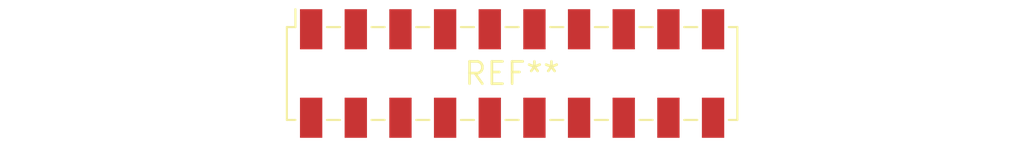
<source format=kicad_pcb>
(kicad_pcb (version 20240108) (generator pcbnew)
  (layers (0 "F.Cu" signal) (31 "B.Cu" signal) (34 "B.Paste" user) (35 "F.Paste" user) (36 "B.SilkS" user "B.Silkscreen") (37 "F.SilkS" user "F.Silkscreen") (38 "B.Mask" user) (39 "F.Mask" user) (44 "Edge.Cuts" user))
  (net 0 "")
  (footprint "Samtec_HLE-110-02-xxx-DV-A_2x10_P2.54mm_Horizontal" (layer "F.Cu") (at 0 0)
    (property "Reference" "REF**")
    (property "Value" "Samtec_HLE-110-02-xxx-DV-A_2x10_P2.54mm_Horizontal")
    (fp_line (start -12.81 -2.65) (end -12.81 2.65) (layer "F.SilkS") (stroke (width 0.12)))
    (fp_line (start -12.81 2.65) (end -12.325 2.65) (layer "F.SilkS") (stroke (width 0.12)))
    (fp_line (start -12.325 -3.67) (end -12.325 -2.65) (layer "F.SilkS") (stroke (width 0.12)))
    (fp_line (start -12.325 -2.65) (end -12.81 -2.65) (layer "F.SilkS") (stroke (width 0.12)))
    (fp_line (start -10.535 -2.65) (end -9.785 -2.65) (layer "F.SilkS") (stroke (width 0.12)))
    (fp_line (start -10.535 2.65) (end -9.785 2.65) (layer "F.SilkS") (stroke (width 0.12)))
    (fp_line (start -7.995 -2.65) (end -7.245 -2.65) (layer "F.SilkS") (stroke (width 0.12)))
    (fp_line (start -7.995 2.65) (end -7.245 2.65) (layer "F.SilkS") (stroke (width 0.12)))
    (fp_line (start -5.455 -2.65) (end -4.705 -2.65) (layer "F.SilkS") (stroke (width 0.12)))
    (fp_line (start -5.455 2.65) (end -4.705 2.65) (layer "F.SilkS") (stroke (width 0.12)))
    (fp_line (start -2.915 -2.65) (end -2.165 -2.65) (layer "F.SilkS") (stroke (width 0.12)))
    (fp_line (start -2.915 2.65) (end -2.165 2.65) (layer "F.SilkS") (stroke (width 0.12)))
    (fp_line (start -0.375 -2.65) (end 0.375 -2.65) (layer "F.SilkS") (stroke (width 0.12)))
    (fp_line (start -0.375 2.65) (end 0.375 2.65) (layer "F.SilkS") (stroke (width 0.12)))
    (fp_line (start 2.165 -2.65) (end 2.915 -2.65) (layer "F.SilkS") (stroke (width 0.12)))
    (fp_line (start 2.165 2.65) (end 2.915 2.65) (layer "F.SilkS") (stroke (width 0.12)))
    (fp_line (start 4.705 -2.65) (end 5.455 -2.65) (layer "F.SilkS") (stroke (width 0.12)))
    (fp_line (start 4.705 2.65) (end 5.455 2.65) (layer "F.SilkS") (stroke (width 0.12)))
    (fp_line (start 7.245 -2.65) (end 7.995 -2.65) (layer "F.SilkS") (stroke (width 0.12)))
    (fp_line (start 7.245 2.65) (end 7.995 2.65) (layer "F.SilkS") (stroke (width 0.12)))
    (fp_line (start 9.785 -2.65) (end 10.535 -2.65) (layer "F.SilkS") (stroke (width 0.12)))
    (fp_line (start 9.785 2.65) (end 10.535 2.65) (layer "F.SilkS") (stroke (width 0.12)))
    (fp_line (start 12.325 -2.65) (end 12.81 -2.65) (layer "F.SilkS") (stroke (width 0.12)))
    (fp_line (start 12.81 -2.65) (end 12.81 2.65) (layer "F.SilkS") (stroke (width 0.12)))
    (fp_line (start 12.81 2.65) (end 12.325 2.65) (layer "F.SilkS") (stroke (width 0.12)))
    (pad "" np_thru_hole circle (at -10.16 0) (size 1.78 1.78) (drill 1.78) (layers *.Cu *.Mask))
    (pad "" np_thru_hole circle (at 10.16 0) (size 1.78 1.78) (drill 1.78) (layers *.Cu *.Mask))
    (pad "1" smd rect (at -11.43 -2.525) (size 1.27 2.29) (layers "F.Cu" "F.Paste" "F.Mask"))
    (pad "2" smd rect (at -11.43 2.525) (size 1.27 2.29) (layers "F.Cu" "F.Paste" "F.Mask"))
    (pad "3" smd rect (at -8.89 -2.525) (size 1.27 2.29) (layers "F.Cu" "F.Paste" "F.Mask"))
    (pad "4" smd rect (at -8.89 2.525) (size 1.27 2.29) (layers "F.Cu" "F.Paste" "F.Mask"))
    (pad "5" smd rect (at -6.35 -2.525) (size 1.27 2.29) (layers "F.Cu" "F.Paste" "F.Mask"))
    (pad "6" smd rect (at -6.35 2.525) (size 1.27 2.29) (layers "F.Cu" "F.Paste" "F.Mask"))
    (pad "7" smd rect (at -3.81 -2.525) (size 1.27 2.29) (layers "F.Cu" "F.Paste" "F.Mask"))
    (pad "8" smd rect (at -3.81 2.525) (size 1.27 2.29) (layers "F.Cu" "F.Paste" "F.Mask"))
    (pad "9" smd rect (at -1.27 -2.525) (size 1.27 2.29) (layers "F.Cu" "F.Paste" "F.Mask"))
    (pad "10" smd rect (at -1.27 2.525) (size 1.27 2.29) (layers "F.Cu" "F.Paste" "F.Mask"))
    (pad "11" smd rect (at 1.27 -2.525) (size 1.27 2.29) (layers "F.Cu" "F.Paste" "F.Mask"))
    (pad "12" smd rect (at 1.27 2.525) (size 1.27 2.29) (layers "F.Cu" "F.Paste" "F.Mask"))
    (pad "13" smd rect (at 3.81 -2.525) (size 1.27 2.29) (layers "F.Cu" "F.Paste" "F.Mask"))
    (pad "14" smd rect (at 3.81 2.525) (size 1.27 2.29) (layers "F.Cu" "F.Paste" "F.Mask"))
    (pad "15" smd rect (at 6.35 -2.525) (size 1.27 2.29) (layers "F.Cu" "F.Paste" "F.Mask"))
    (pad "16" smd rect (at 6.35 2.525) (size 1.27 2.29) (layers "F.Cu" "F.Paste" "F.Mask"))
    (pad "17" smd rect (at 8.89 -2.525) (size 1.27 2.29) (layers "F.Cu" "F.Paste" "F.Mask"))
    (pad "18" smd rect (at 8.89 2.525) (size 1.27 2.29) (layers "F.Cu" "F.Paste" "F.Mask"))
    (pad "19" smd rect (at 11.43 -2.525) (size 1.27 2.29) (layers "F.Cu" "F.Paste" "F.Mask"))
    (pad "20" smd rect (at 11.43 2.525) (size 1.27 2.29) (layers "F.Cu" "F.Paste" "F.Mask"))
  )
)
</source>
